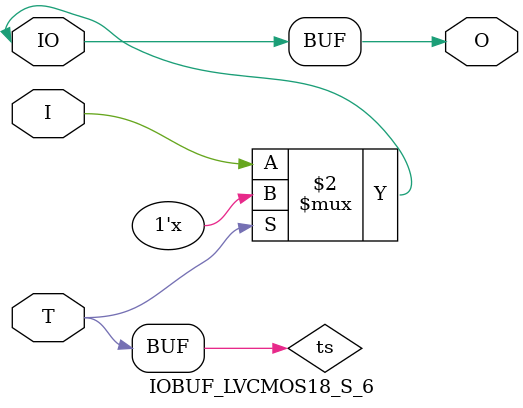
<source format=v>

/*

FUNCTION    : INPUT TRI-STATE OUTPUT BUFFER

*/

`celldefine
`timescale  100 ps / 10 ps

module IOBUF_LVCMOS18_S_6 (O, IO, I, T);

    output O;

    inout  IO;

    input  I, T;

    or O1 (ts, 1'b0, T);
    bufif0 T1 (IO, I, ts);

    buf B1 (O, IO);

endmodule

</source>
